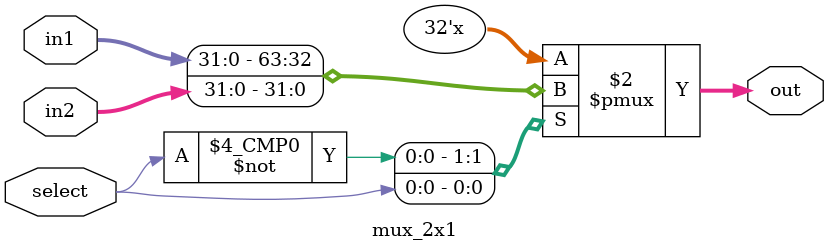
<source format=v>
module mux_2x1
#(parameter DATA_WIDTH = 32)(
  input select,
  input [DATA_WIDTH-1:0] in1,
  input [DATA_WIDTH-1:0] in2,
  
  output reg [DATA_WIDTH-1:0] out
);

// combinational logic
always @ (*) begin
  case(select)
    1'b0: out = in1;
    1'b1: out = in2;
    default: out = {DATA_WIDTH{1'b0}}; // should never fall here
  endcase
end

endmodule

</source>
